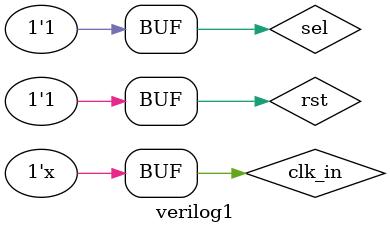
<source format=v>
`timescale 10ns / 1ns
module verilog1();

reg clk_in; //输入
reg rst;
reg sel;
wire clk_out; //输出

initial //初始化
begin
   clk_in = 1'b0;
	sel = 1'b0;
	rst = 1'b0;
	#100
	rst = 1'b1;
	#200000
	sel = 1'b1;
end

always #1 clk_in = ~clk_in; //设置clk_in频率

verilog divider(
   .clk_in (clk_in),
	.rst    (rst),
	.sel    (sel),
	.clk_out(clk_out)
);

endmodule
</source>
